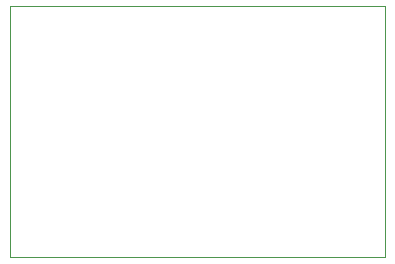
<source format=gm1>
%FSTAX23Y23*%
%MOIN*%
%SFA1B1*%

%IPPOS*%
%ADD13C,0.003000*%
%LNboost-shield-v1.5-1*%
%LPD*%
G54D13*
X0Y0D02*
X0125D01*
Y00836*
X00001D02*
X0125D01*
X0Y00835D02*
X00001Y00836D01*
X0Y008D02*
Y00835D01*
Y0D02*
Y008D01*
M02*
</source>
